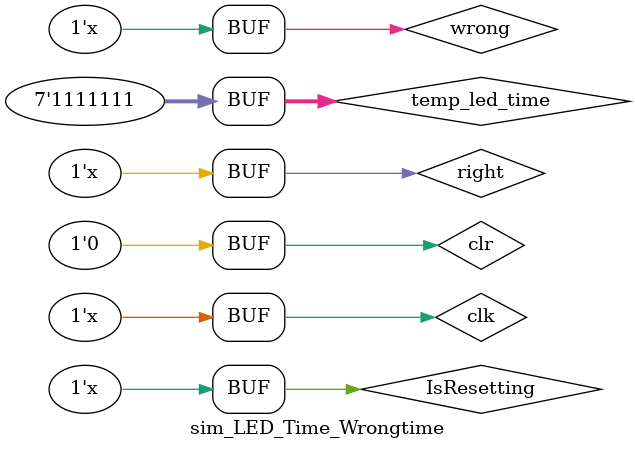
<source format=v>
`timescale 1ns / 1ps
module sim_LED_Time_Wrongtime( );
reg clk;
reg clr;
reg right;
reg wrong;
reg IsResetting;
reg [1:0]DN0_K;
reg [6:0]temp_led_time;
wire [6:0]LED_time;
wire not_work;

initial begin
    clk = 0;
    clr = 0;
    right = 0;
    wrong = 0;
    IsResetting = 0;
    DN0_K = 2'b10;
    temp_led_time = 7'b1111111;
end
always #1 clk = ~clk;
always #4
    if (DN0_K == 2'b10) DN0_K = 2'b01;
    else DN0_K = 2'b10;
always #8 {right,wrong,IsResetting} = {right,wrong,IsResetting} + 1;
LED_Time_Wrongtime ltw(clk,clr,right,wrong,IsResetting,DN0_K,
                        temp_led_time,LED_time,not_work);
endmodule

</source>
